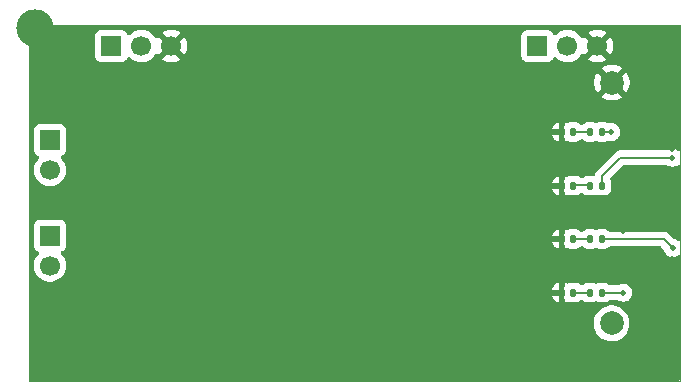
<source format=gbr>
%TF.GenerationSoftware,KiCad,Pcbnew,9.0.7*%
%TF.CreationDate,2026-02-18T13:17:12-07:00*%
%TF.ProjectId,AS_1471_Dash,41535f31-3437-4315-9f44-6173682e6b69,rev?*%
%TF.SameCoordinates,Original*%
%TF.FileFunction,Copper,L1,Top*%
%TF.FilePolarity,Positive*%
%FSLAX46Y46*%
G04 Gerber Fmt 4.6, Leading zero omitted, Abs format (unit mm)*
G04 Created by KiCad (PCBNEW 9.0.7) date 2026-02-18 13:17:12*
%MOMM*%
%LPD*%
G01*
G04 APERTURE LIST*
G04 Aperture macros list*
%AMRoundRect*
0 Rectangle with rounded corners*
0 $1 Rounding radius*
0 $2 $3 $4 $5 $6 $7 $8 $9 X,Y pos of 4 corners*
0 Add a 4 corners polygon primitive as box body*
4,1,4,$2,$3,$4,$5,$6,$7,$8,$9,$2,$3,0*
0 Add four circle primitives for the rounded corners*
1,1,$1+$1,$2,$3*
1,1,$1+$1,$4,$5*
1,1,$1+$1,$6,$7*
1,1,$1+$1,$8,$9*
0 Add four rect primitives between the rounded corners*
20,1,$1+$1,$2,$3,$4,$5,0*
20,1,$1+$1,$4,$5,$6,$7,0*
20,1,$1+$1,$6,$7,$8,$9,0*
20,1,$1+$1,$8,$9,$2,$3,0*%
G04 Aperture macros list end*
%TA.AperFunction,ComponentPad*%
%ADD10R,1.700000X1.700000*%
%TD*%
%TA.AperFunction,ComponentPad*%
%ADD11C,1.700000*%
%TD*%
%TA.AperFunction,ComponentPad*%
%ADD12C,2.000000*%
%TD*%
%TA.AperFunction,SMDPad,CuDef*%
%ADD13RoundRect,0.135000X0.135000X0.185000X-0.135000X0.185000X-0.135000X-0.185000X0.135000X-0.185000X0*%
%TD*%
%TA.AperFunction,SMDPad,CuDef*%
%ADD14RoundRect,0.147500X-0.147500X-0.172500X0.147500X-0.172500X0.147500X0.172500X-0.147500X0.172500X0*%
%TD*%
%TA.AperFunction,ComponentPad*%
%ADD15C,3.175000*%
%TD*%
%TA.AperFunction,ViaPad*%
%ADD16C,0.508000*%
%TD*%
%TA.AperFunction,Conductor*%
%ADD17C,0.200000*%
%TD*%
%TA.AperFunction,Profile*%
%ADD18C,0.050000*%
%TD*%
G04 APERTURE END LIST*
D10*
%TO.P,J6,1,Pin_1*%
%TO.N,/USB2_DP*%
X121800000Y-86010000D03*
D11*
%TO.P,J6,2,Pin_2*%
%TO.N,/USB2_DN*%
X121800000Y-88550000D03*
%TD*%
D12*
%TO.P,TP1,1,1*%
%TO.N,VBAT*%
X169357220Y-101526800D03*
%TD*%
D13*
%TO.P,R3,1*%
%TO.N,/USB1_VBUS*%
X168531000Y-94390733D03*
%TO.P,R3,2*%
%TO.N,Net-(D3-A)*%
X167511000Y-94390733D03*
%TD*%
D10*
%TO.P,J4,1,Pin_1*%
%TO.N,/UART1_TX*%
X163075000Y-78050000D03*
D11*
%TO.P,J4,2,Pin_2*%
%TO.N,/UART1_RX*%
X165615000Y-78050000D03*
%TO.P,J4,3,Pin_3*%
%TO.N,GND*%
X168155000Y-78050000D03*
%TD*%
D14*
%TO.P,D3,1,K*%
%TO.N,GND*%
X165123000Y-94390733D03*
%TO.P,D3,2,A*%
%TO.N,Net-(D3-A)*%
X166093000Y-94390733D03*
%TD*%
D13*
%TO.P,R4,1*%
%TO.N,VBAT*%
X168531000Y-98925000D03*
%TO.P,R4,2*%
%TO.N,Net-(D4-A)*%
X167511000Y-98925000D03*
%TD*%
%TO.P,R1,1*%
%TO.N,/MX95_VBAT*%
X168531000Y-85322200D03*
%TO.P,R1,2*%
%TO.N,Net-(D1-A)*%
X167511000Y-85322200D03*
%TD*%
D14*
%TO.P,D4,1,K*%
%TO.N,GND*%
X165123000Y-98925000D03*
%TO.P,D4,2,A*%
%TO.N,Net-(D4-A)*%
X166093000Y-98925000D03*
%TD*%
%TO.P,D2,1,K*%
%TO.N,GND*%
X165123000Y-89875000D03*
%TO.P,D2,2,A*%
%TO.N,Net-(D2-A)*%
X166093000Y-89875000D03*
%TD*%
D10*
%TO.P,J7,1,Pin_1*%
%TO.N,/USB1_DP*%
X121800000Y-94100000D03*
D11*
%TO.P,J7,2,Pin_2*%
%TO.N,/USB1_DN*%
X121800000Y-96640000D03*
%TD*%
D10*
%TO.P,J5,1,Pin_1*%
%TO.N,/I2C1_SDA*%
X127000000Y-78050000D03*
D11*
%TO.P,J5,2,Pin_2*%
%TO.N,/I2C1_SCL*%
X129540000Y-78050000D03*
%TO.P,J5,3,Pin_3*%
%TO.N,GND*%
X132080000Y-78050000D03*
%TD*%
D14*
%TO.P,D1,1,K*%
%TO.N,GND*%
X165123000Y-85322200D03*
%TO.P,D1,2,A*%
%TO.N,Net-(D1-A)*%
X166093000Y-85322200D03*
%TD*%
D13*
%TO.P,R2,1*%
%TO.N,/USB2_VBUS*%
X168531000Y-89875000D03*
%TO.P,R2,2*%
%TO.N,Net-(D2-A)*%
X167511000Y-89875000D03*
%TD*%
D12*
%TO.P,TP2,1,1*%
%TO.N,GND*%
X169375000Y-81152540D03*
%TD*%
D15*
%TO.P,J1,MH_GND,MH_GND*%
%TO.N,GND*%
X173042800Y-104301100D03*
X173042800Y-78355000D03*
X122207240Y-104301100D03*
X120563860Y-76551600D03*
%TD*%
D16*
%TO.N,/MX95_VBAT*%
X169300000Y-85322200D03*
%TO.N,GND*%
X144496400Y-81050000D03*
X170350000Y-84122200D03*
X156896400Y-105750000D03*
X174500000Y-96100000D03*
X174500000Y-84122200D03*
X143296400Y-78325000D03*
X170350000Y-92676200D03*
X154896400Y-81050000D03*
X174500000Y-86728600D03*
X150496400Y-81050000D03*
X149296400Y-81050000D03*
X174500000Y-96922200D03*
X170350000Y-91168200D03*
X143296400Y-101575000D03*
X146496400Y-105750000D03*
X170350000Y-88922200D03*
X149696400Y-105750000D03*
X154896400Y-101575000D03*
X144096400Y-105750000D03*
X170350000Y-90122200D03*
X142096400Y-78325000D03*
X170350000Y-93722200D03*
X145696400Y-101575000D03*
X156496400Y-76875000D03*
X170350000Y-86522200D03*
%TO.N,VBAT*%
X170350000Y-98922200D03*
%TO.N,/USB1_VBUS*%
X174525000Y-95150000D03*
%TO.N,/USB2_VBUS*%
X174500000Y-87500000D03*
%TD*%
D17*
%TO.N,/MX95_VBAT*%
X169300000Y-85322200D02*
X168506000Y-85322200D01*
%TO.N,VBAT*%
X168508800Y-98922200D02*
X168506000Y-98925000D01*
X170350000Y-98922200D02*
X168508800Y-98922200D01*
%TO.N,/USB1_VBUS*%
X174525000Y-95150000D02*
X173765733Y-94390733D01*
X173765733Y-94390733D02*
X168506000Y-94390733D01*
%TO.N,/USB2_VBUS*%
X170075000Y-87500000D02*
X168506000Y-89069000D01*
X174500000Y-87500000D02*
X170075000Y-87500000D01*
X174600000Y-87525000D02*
X174600000Y-87500000D01*
X168506000Y-89069000D02*
X168506000Y-89856467D01*
%TO.N,Net-(D1-A)*%
X167536000Y-85322200D02*
X166118000Y-85322200D01*
%TO.N,Net-(D2-A)*%
X167536000Y-89856467D02*
X166118000Y-89856467D01*
%TO.N,Net-(D3-A)*%
X167536000Y-94390733D02*
X166118000Y-94390733D01*
%TO.N,Net-(D4-A)*%
X167536000Y-98925000D02*
X166118000Y-98925000D01*
%TD*%
%TA.AperFunction,Conductor*%
%TO.N,GND*%
G36*
X175166800Y-102552054D02*
G01*
X175166800Y-106247800D01*
X175147115Y-106314839D01*
X175094311Y-106360594D01*
X175042800Y-106371800D01*
X171287723Y-106371800D01*
X170717193Y-103899505D01*
X172150000Y-101775000D01*
X175166800Y-102552054D01*
G37*
%TD.AperFunction*%
%TA.AperFunction,Conductor*%
G36*
X170717193Y-103899505D02*
G01*
X170700000Y-103925000D01*
X170700000Y-103825000D01*
X170717193Y-103899505D01*
G37*
%TD.AperFunction*%
%TD*%
%TA.AperFunction,Conductor*%
%TO.N,GND*%
G36*
X170475000Y-76300000D02*
G01*
X170700000Y-78950000D01*
X172075000Y-80950000D01*
X175166800Y-81064511D01*
X175166800Y-86796503D01*
X175147115Y-86863542D01*
X175094311Y-86909297D01*
X175025153Y-86919241D01*
X174973909Y-86899605D01*
X174861185Y-86824285D01*
X174861176Y-86824280D01*
X174722413Y-86766803D01*
X174722407Y-86766801D01*
X174575102Y-86737500D01*
X174575100Y-86737500D01*
X174424900Y-86737500D01*
X174424898Y-86737500D01*
X174277592Y-86766801D01*
X174277586Y-86766803D01*
X174138823Y-86824280D01*
X174138814Y-86824285D01*
X174069498Y-86870602D01*
X174002821Y-86891480D01*
X174000607Y-86891500D01*
X169994887Y-86891500D01*
X169949279Y-86903720D01*
X169949280Y-86903721D01*
X169840127Y-86932968D01*
X169840125Y-86932968D01*
X169840125Y-86932969D01*
X169701372Y-87013079D01*
X169701369Y-87013081D01*
X168019080Y-88695370D01*
X168019076Y-88695376D01*
X167938967Y-88834128D01*
X167938966Y-88834129D01*
X167929861Y-88868114D01*
X167929861Y-88868116D01*
X167904401Y-88963134D01*
X167868036Y-89022794D01*
X167805189Y-89053323D01*
X167753724Y-89050331D01*
X167753692Y-89050508D01*
X167752260Y-89050246D01*
X167750034Y-89050117D01*
X167747466Y-89049371D01*
X167747465Y-89049370D01*
X167747462Y-89049370D01*
X167714746Y-89046795D01*
X167710989Y-89046500D01*
X167710988Y-89046500D01*
X167311022Y-89046500D01*
X167311000Y-89046501D01*
X167274533Y-89049371D01*
X167274532Y-89049371D01*
X167118408Y-89094729D01*
X167118405Y-89094730D01*
X166978461Y-89177492D01*
X166978453Y-89177498D01*
X166944306Y-89211647D01*
X166917375Y-89226352D01*
X166891559Y-89242944D01*
X166885360Y-89243835D01*
X166882984Y-89245133D01*
X166856624Y-89247967D01*
X166765054Y-89247967D01*
X166698015Y-89228282D01*
X166677372Y-89211647D01*
X166645768Y-89180042D01*
X166645760Y-89180036D01*
X166503101Y-89095668D01*
X166503095Y-89095666D01*
X166343941Y-89049427D01*
X166343935Y-89049426D01*
X166309922Y-89046749D01*
X166306747Y-89046500D01*
X166306746Y-89046500D01*
X165879264Y-89046500D01*
X165879242Y-89046501D01*
X165842062Y-89049427D01*
X165842061Y-89049427D01*
X165682904Y-89095666D01*
X165682896Y-89095669D01*
X165662768Y-89107573D01*
X165595043Y-89124753D01*
X165536533Y-89107573D01*
X165529699Y-89103532D01*
X165529692Y-89103528D01*
X165373001Y-89058005D01*
X165373000Y-89058006D01*
X165373000Y-89347924D01*
X165355732Y-89411045D01*
X165338669Y-89439896D01*
X165338667Y-89439901D01*
X165292427Y-89599058D01*
X165292426Y-89599064D01*
X165289500Y-89636247D01*
X165289500Y-89636253D01*
X165289500Y-89808973D01*
X165289501Y-89875000D01*
X165289501Y-90113757D01*
X165292426Y-90150933D01*
X165292426Y-90150936D01*
X165292427Y-90150937D01*
X165338668Y-90310100D01*
X165355732Y-90338954D01*
X165373000Y-90402074D01*
X165373000Y-90691991D01*
X165529698Y-90646468D01*
X165536524Y-90642431D01*
X165604247Y-90625245D01*
X165662769Y-90642426D01*
X165682900Y-90654332D01*
X165682902Y-90654332D01*
X165682903Y-90654333D01*
X165842058Y-90700572D01*
X165842061Y-90700572D01*
X165842063Y-90700573D01*
X165879253Y-90703500D01*
X166306746Y-90703499D01*
X166343937Y-90700573D01*
X166503100Y-90654332D01*
X166645763Y-90569962D01*
X166714440Y-90501284D01*
X166741371Y-90486578D01*
X166767185Y-90469990D01*
X166773384Y-90469098D01*
X166775761Y-90467801D01*
X166802120Y-90464967D01*
X166819558Y-90464967D01*
X166886597Y-90484652D01*
X166907234Y-90501281D01*
X166978459Y-90572506D01*
X167118404Y-90655269D01*
X167170447Y-90670389D01*
X167274526Y-90700627D01*
X167274528Y-90700627D01*
X167274534Y-90700629D01*
X167311011Y-90703500D01*
X167710988Y-90703499D01*
X167747466Y-90700629D01*
X167903596Y-90655269D01*
X167957879Y-90623165D01*
X168025601Y-90605982D01*
X168084120Y-90623165D01*
X168138404Y-90655269D01*
X168190447Y-90670389D01*
X168294526Y-90700627D01*
X168294528Y-90700627D01*
X168294534Y-90700629D01*
X168331011Y-90703500D01*
X168730988Y-90703499D01*
X168767466Y-90700629D01*
X168923596Y-90655269D01*
X169063541Y-90572506D01*
X169178506Y-90457541D01*
X169261269Y-90317596D01*
X169261269Y-90317594D01*
X169261271Y-90317592D01*
X169261270Y-90317591D01*
X169263447Y-90310100D01*
X169306629Y-90161466D01*
X169309500Y-90124989D01*
X169309499Y-89625012D01*
X169306629Y-89588534D01*
X169261269Y-89432404D01*
X169248637Y-89411045D01*
X169214306Y-89352992D01*
X169197123Y-89285268D01*
X169219283Y-89219006D01*
X169233351Y-89202197D01*
X170290730Y-88144819D01*
X170352053Y-88111334D01*
X170378411Y-88108500D01*
X174000607Y-88108500D01*
X174067646Y-88128185D01*
X174069498Y-88129398D01*
X174138814Y-88175714D01*
X174138820Y-88175717D01*
X174138821Y-88175718D01*
X174277587Y-88233197D01*
X174277591Y-88233197D01*
X174277592Y-88233198D01*
X174424897Y-88262500D01*
X174424900Y-88262500D01*
X174575102Y-88262500D01*
X174674204Y-88242786D01*
X174722413Y-88233197D01*
X174861179Y-88175718D01*
X174973910Y-88100393D01*
X175040586Y-88079516D01*
X175107966Y-88098000D01*
X175154657Y-88149979D01*
X175166800Y-88203496D01*
X175166800Y-94429798D01*
X175147115Y-94496837D01*
X175094311Y-94542592D01*
X175025153Y-94552536D01*
X174973910Y-94532901D01*
X174886183Y-94474284D01*
X174886176Y-94474280D01*
X174747411Y-94416802D01*
X174747407Y-94416801D01*
X174665638Y-94400536D01*
X174603727Y-94368151D01*
X174602149Y-94366600D01*
X174139362Y-93903813D01*
X174139360Y-93903811D01*
X174000606Y-93823701D01*
X173923224Y-93802967D01*
X173923223Y-93802966D01*
X173866577Y-93787788D01*
X173845844Y-93782233D01*
X173845843Y-93782233D01*
X169203909Y-93782233D01*
X169136870Y-93762548D01*
X169116227Y-93745913D01*
X169063546Y-93693231D01*
X169063538Y-93693225D01*
X168974361Y-93640486D01*
X168923596Y-93610464D01*
X168923595Y-93610463D01*
X168923594Y-93610463D01*
X168923591Y-93610462D01*
X168767473Y-93565105D01*
X168767461Y-93565103D01*
X168735177Y-93562562D01*
X168730989Y-93562233D01*
X168730988Y-93562233D01*
X168331022Y-93562233D01*
X168331000Y-93562234D01*
X168294533Y-93565104D01*
X168138408Y-93610462D01*
X168138405Y-93610463D01*
X168084120Y-93642567D01*
X168016396Y-93659748D01*
X167957880Y-93642567D01*
X167903594Y-93610463D01*
X167903591Y-93610462D01*
X167747472Y-93565105D01*
X167747461Y-93565103D01*
X167715177Y-93562562D01*
X167710989Y-93562233D01*
X167710988Y-93562233D01*
X167311022Y-93562233D01*
X167311000Y-93562234D01*
X167274533Y-93565104D01*
X167274532Y-93565104D01*
X167118408Y-93610462D01*
X167118405Y-93610463D01*
X166978461Y-93693225D01*
X166978453Y-93693231D01*
X166925773Y-93745913D01*
X166898844Y-93760617D01*
X166873026Y-93777210D01*
X166866826Y-93778101D01*
X166864450Y-93779399D01*
X166838091Y-93782233D01*
X166783587Y-93782233D01*
X166716548Y-93762548D01*
X166695905Y-93745913D01*
X166645768Y-93695775D01*
X166645760Y-93695769D01*
X166503101Y-93611401D01*
X166503095Y-93611399D01*
X166343941Y-93565160D01*
X166343935Y-93565159D01*
X166309922Y-93562482D01*
X166306747Y-93562233D01*
X166306746Y-93562233D01*
X165879264Y-93562233D01*
X165879242Y-93562234D01*
X165842062Y-93565160D01*
X165842061Y-93565160D01*
X165682904Y-93611399D01*
X165682896Y-93611402D01*
X165662768Y-93623306D01*
X165595043Y-93640486D01*
X165536533Y-93623306D01*
X165529699Y-93619265D01*
X165529692Y-93619261D01*
X165373001Y-93573738D01*
X165373000Y-93573739D01*
X165373000Y-93863657D01*
X165355732Y-93926778D01*
X165338669Y-93955629D01*
X165338667Y-93955634D01*
X165292427Y-94114791D01*
X165292426Y-94114797D01*
X165289500Y-94151980D01*
X165289500Y-94151986D01*
X165289500Y-94368151D01*
X165289501Y-94390733D01*
X165289501Y-94629490D01*
X165292426Y-94666666D01*
X165292426Y-94666669D01*
X165292427Y-94666670D01*
X165338668Y-94825833D01*
X165355732Y-94854687D01*
X165373000Y-94917807D01*
X165373000Y-95207724D01*
X165529698Y-95162201D01*
X165536524Y-95158164D01*
X165604247Y-95140978D01*
X165662769Y-95158159D01*
X165682900Y-95170065D01*
X165682902Y-95170065D01*
X165682903Y-95170066D01*
X165842058Y-95216305D01*
X165842061Y-95216305D01*
X165842063Y-95216306D01*
X165879253Y-95219233D01*
X166306746Y-95219232D01*
X166343937Y-95216306D01*
X166503100Y-95170065D01*
X166645763Y-95085695D01*
X166695905Y-95035553D01*
X166722833Y-95020848D01*
X166748652Y-95004256D01*
X166754851Y-95003364D01*
X166757228Y-95002067D01*
X166783587Y-94999233D01*
X166838091Y-94999233D01*
X166905130Y-95018918D01*
X166925773Y-95035553D01*
X166978453Y-95088234D01*
X166978457Y-95088237D01*
X166978459Y-95088239D01*
X167118404Y-95171002D01*
X167170447Y-95186122D01*
X167274526Y-95216360D01*
X167274528Y-95216360D01*
X167274534Y-95216362D01*
X167311011Y-95219233D01*
X167710988Y-95219232D01*
X167747466Y-95216362D01*
X167903596Y-95171002D01*
X167957879Y-95138898D01*
X168025601Y-95121715D01*
X168084120Y-95138898D01*
X168138404Y-95171002D01*
X168190447Y-95186122D01*
X168294526Y-95216360D01*
X168294528Y-95216360D01*
X168294534Y-95216362D01*
X168331011Y-95219233D01*
X168730988Y-95219232D01*
X168767466Y-95216362D01*
X168923596Y-95171002D01*
X169063541Y-95088239D01*
X169116227Y-95035553D01*
X169177550Y-95002067D01*
X169203909Y-94999233D01*
X173462322Y-94999233D01*
X173529361Y-95018918D01*
X173550003Y-95035552D01*
X173741600Y-95227149D01*
X173775085Y-95288472D01*
X173775536Y-95290638D01*
X173791801Y-95372407D01*
X173791802Y-95372411D01*
X173849280Y-95511176D01*
X173849285Y-95511185D01*
X173932727Y-95636064D01*
X173932730Y-95636068D01*
X174038931Y-95742269D01*
X174038935Y-95742272D01*
X174163814Y-95825714D01*
X174163820Y-95825717D01*
X174163821Y-95825718D01*
X174302587Y-95883197D01*
X174302591Y-95883197D01*
X174302592Y-95883198D01*
X174449897Y-95912500D01*
X174449900Y-95912500D01*
X174600102Y-95912500D01*
X174699204Y-95892786D01*
X174747413Y-95883197D01*
X174886179Y-95825718D01*
X174973909Y-95767099D01*
X175040586Y-95746221D01*
X175107967Y-95764705D01*
X175154657Y-95816684D01*
X175166800Y-95870201D01*
X175166800Y-102552054D01*
X172150000Y-101775000D01*
X170717193Y-103899505D01*
X170700000Y-103825000D01*
X170700000Y-103925000D01*
X170717193Y-103899505D01*
X171287723Y-106371800D01*
X125228132Y-106371800D01*
X124725000Y-101775000D01*
X122287553Y-101408072D01*
X167848720Y-101408072D01*
X167848720Y-101645527D01*
X167885863Y-101880041D01*
X167959239Y-102105867D01*
X168032331Y-102249317D01*
X168067035Y-102317427D01*
X168206600Y-102509522D01*
X168374498Y-102677420D01*
X168566593Y-102816985D01*
X168666548Y-102867914D01*
X168778152Y-102924780D01*
X168778154Y-102924780D01*
X168778157Y-102924782D01*
X168899204Y-102964112D01*
X169003978Y-102998156D01*
X169238493Y-103035300D01*
X169238498Y-103035300D01*
X169475947Y-103035300D01*
X169710461Y-102998156D01*
X169936283Y-102924782D01*
X170147847Y-102816985D01*
X170339942Y-102677420D01*
X170507840Y-102509522D01*
X170647405Y-102317427D01*
X170755202Y-102105863D01*
X170828576Y-101880041D01*
X170865720Y-101645527D01*
X170865720Y-101408072D01*
X170828576Y-101173558D01*
X170755200Y-100947732D01*
X170647404Y-100736172D01*
X170507840Y-100544078D01*
X170339942Y-100376180D01*
X170147847Y-100236615D01*
X169936287Y-100128819D01*
X169710461Y-100055443D01*
X169475947Y-100018300D01*
X169475942Y-100018300D01*
X169238498Y-100018300D01*
X169238493Y-100018300D01*
X169003978Y-100055443D01*
X168778152Y-100128819D01*
X168566592Y-100236615D01*
X168374495Y-100376182D01*
X168206602Y-100544075D01*
X168067035Y-100736172D01*
X167959239Y-100947732D01*
X167885863Y-101173558D01*
X167848720Y-101408072D01*
X122287553Y-101408072D01*
X120121812Y-101082046D01*
X120150000Y-101075000D01*
X120075000Y-101075000D01*
X120121812Y-101082046D01*
X120013200Y-101109200D01*
X120013200Y-99175000D01*
X164328954Y-99175000D01*
X164330889Y-99199597D01*
X164376529Y-99356692D01*
X164376531Y-99356697D01*
X164459806Y-99497508D01*
X164459812Y-99497516D01*
X164575483Y-99613187D01*
X164575491Y-99613193D01*
X164716302Y-99696468D01*
X164873000Y-99741992D01*
X164873000Y-99175000D01*
X164328954Y-99175000D01*
X120013200Y-99175000D01*
X120013200Y-98686247D01*
X165289500Y-98686247D01*
X165289500Y-98686253D01*
X165289500Y-98847100D01*
X165289501Y-98925000D01*
X165289501Y-99163757D01*
X165292426Y-99200933D01*
X165292426Y-99200936D01*
X165292427Y-99200937D01*
X165338668Y-99360100D01*
X165355732Y-99388954D01*
X165373000Y-99452074D01*
X165373000Y-99741991D01*
X165529698Y-99696468D01*
X165536524Y-99692431D01*
X165604247Y-99675245D01*
X165662769Y-99692426D01*
X165682900Y-99704332D01*
X165682902Y-99704332D01*
X165682903Y-99704333D01*
X165842058Y-99750572D01*
X165842061Y-99750572D01*
X165842063Y-99750573D01*
X165879253Y-99753500D01*
X166306746Y-99753499D01*
X166343937Y-99750573D01*
X166503100Y-99704332D01*
X166645763Y-99619962D01*
X166695905Y-99569820D01*
X166722833Y-99555115D01*
X166748652Y-99538523D01*
X166754851Y-99537631D01*
X166757228Y-99536334D01*
X166783587Y-99533500D01*
X166838091Y-99533500D01*
X166905130Y-99553185D01*
X166925773Y-99569820D01*
X166978453Y-99622501D01*
X166978457Y-99622504D01*
X166978459Y-99622506D01*
X167118404Y-99705269D01*
X167170447Y-99720389D01*
X167274526Y-99750627D01*
X167274528Y-99750627D01*
X167274534Y-99750629D01*
X167311011Y-99753500D01*
X167710988Y-99753499D01*
X167747466Y-99750629D01*
X167903596Y-99705269D01*
X167957879Y-99673165D01*
X168025601Y-99655982D01*
X168084120Y-99673165D01*
X168138404Y-99705269D01*
X168190447Y-99720389D01*
X168294526Y-99750627D01*
X168294528Y-99750627D01*
X168294534Y-99750629D01*
X168331011Y-99753500D01*
X168730988Y-99753499D01*
X168767466Y-99750629D01*
X168923596Y-99705269D01*
X169063541Y-99622506D01*
X169119029Y-99567017D01*
X169180350Y-99533534D01*
X169206709Y-99530700D01*
X169850607Y-99530700D01*
X169917646Y-99550385D01*
X169919498Y-99551598D01*
X169988814Y-99597914D01*
X169988820Y-99597917D01*
X169988821Y-99597918D01*
X170127587Y-99655397D01*
X170127591Y-99655397D01*
X170127592Y-99655398D01*
X170274897Y-99684700D01*
X170274900Y-99684700D01*
X170425102Y-99684700D01*
X170524204Y-99664986D01*
X170572413Y-99655397D01*
X170711179Y-99597918D01*
X170836065Y-99514472D01*
X170942272Y-99408265D01*
X171025718Y-99283379D01*
X171083197Y-99144613D01*
X171112500Y-98997300D01*
X171112500Y-98847100D01*
X171112500Y-98847097D01*
X171083198Y-98699792D01*
X171083197Y-98699791D01*
X171083197Y-98699787D01*
X171025718Y-98561021D01*
X171025717Y-98561020D01*
X171025714Y-98561014D01*
X170942272Y-98436135D01*
X170942269Y-98436131D01*
X170836068Y-98329930D01*
X170836064Y-98329927D01*
X170711185Y-98246485D01*
X170711176Y-98246480D01*
X170572413Y-98189003D01*
X170572407Y-98189001D01*
X170425102Y-98159700D01*
X170425100Y-98159700D01*
X170274900Y-98159700D01*
X170274898Y-98159700D01*
X170127592Y-98189001D01*
X170127586Y-98189003D01*
X169988823Y-98246480D01*
X169988814Y-98246485D01*
X169919498Y-98292802D01*
X169852821Y-98313680D01*
X169850607Y-98313700D01*
X169201109Y-98313700D01*
X169134070Y-98294015D01*
X169113427Y-98277380D01*
X169063546Y-98227498D01*
X169063538Y-98227492D01*
X168948907Y-98159700D01*
X168923596Y-98144731D01*
X168923595Y-98144730D01*
X168923594Y-98144730D01*
X168923591Y-98144729D01*
X168767473Y-98099372D01*
X168767461Y-98099370D01*
X168735177Y-98096829D01*
X168730989Y-98096500D01*
X168730988Y-98096500D01*
X168331022Y-98096500D01*
X168331000Y-98096501D01*
X168294533Y-98099371D01*
X168138408Y-98144729D01*
X168138405Y-98144730D01*
X168084120Y-98176834D01*
X168016396Y-98194015D01*
X167957880Y-98176834D01*
X167903594Y-98144730D01*
X167903591Y-98144729D01*
X167747472Y-98099372D01*
X167747461Y-98099370D01*
X167715177Y-98096829D01*
X167710989Y-98096500D01*
X167710988Y-98096500D01*
X167311022Y-98096500D01*
X167311000Y-98096501D01*
X167274533Y-98099371D01*
X167274532Y-98099371D01*
X167118408Y-98144729D01*
X167118405Y-98144730D01*
X166978461Y-98227492D01*
X166978453Y-98227498D01*
X166925773Y-98280180D01*
X166898844Y-98294884D01*
X166873026Y-98311477D01*
X166866826Y-98312368D01*
X166864450Y-98313666D01*
X166838091Y-98316500D01*
X166783587Y-98316500D01*
X166716548Y-98296815D01*
X166695905Y-98280180D01*
X166645768Y-98230042D01*
X166645760Y-98230036D01*
X166503101Y-98145668D01*
X166503095Y-98145666D01*
X166343941Y-98099427D01*
X166343935Y-98099426D01*
X166309922Y-98096749D01*
X166306747Y-98096500D01*
X166306746Y-98096500D01*
X165879264Y-98096500D01*
X165879242Y-98096501D01*
X165842062Y-98099427D01*
X165842061Y-98099427D01*
X165682904Y-98145666D01*
X165682896Y-98145669D01*
X165662768Y-98157573D01*
X165595043Y-98174753D01*
X165536533Y-98157573D01*
X165529699Y-98153532D01*
X165529692Y-98153528D01*
X165373001Y-98108005D01*
X165373000Y-98108006D01*
X165373000Y-98397924D01*
X165355732Y-98461045D01*
X165338669Y-98489896D01*
X165338667Y-98489901D01*
X165292427Y-98649058D01*
X165292426Y-98649064D01*
X165289500Y-98686247D01*
X120013200Y-98686247D01*
X120013200Y-98675000D01*
X164328953Y-98675000D01*
X164873000Y-98675000D01*
X164873000Y-98108006D01*
X164872998Y-98108005D01*
X164716307Y-98153528D01*
X164716304Y-98153530D01*
X164575491Y-98236806D01*
X164575483Y-98236812D01*
X164459812Y-98352483D01*
X164459806Y-98352491D01*
X164376531Y-98493302D01*
X164376529Y-98493307D01*
X164330890Y-98650396D01*
X164330888Y-98650408D01*
X164328953Y-98675000D01*
X120013200Y-98675000D01*
X120013200Y-93201345D01*
X120441500Y-93201345D01*
X120441500Y-94998654D01*
X120448011Y-95059202D01*
X120448011Y-95059204D01*
X120489711Y-95171002D01*
X120499111Y-95196204D01*
X120586739Y-95313261D01*
X120703796Y-95400889D01*
X120824626Y-95445956D01*
X120880557Y-95487827D01*
X120904974Y-95553291D01*
X120890122Y-95621564D01*
X120868972Y-95649818D01*
X120763793Y-95754997D01*
X120638106Y-95927990D01*
X120541027Y-96118516D01*
X120541026Y-96118519D01*
X120474951Y-96321882D01*
X120441500Y-96533084D01*
X120441500Y-96746915D01*
X120474951Y-96958117D01*
X120541026Y-97161480D01*
X120541027Y-97161483D01*
X120638106Y-97352009D01*
X120763794Y-97525004D01*
X120914996Y-97676206D01*
X121087991Y-97801894D01*
X121181438Y-97849507D01*
X121278516Y-97898972D01*
X121278519Y-97898973D01*
X121380200Y-97932010D01*
X121481884Y-97965049D01*
X121693084Y-97998500D01*
X121693085Y-97998500D01*
X121906915Y-97998500D01*
X121906916Y-97998500D01*
X122118116Y-97965049D01*
X122321483Y-97898972D01*
X122512009Y-97801894D01*
X122685004Y-97676206D01*
X122836206Y-97525004D01*
X122961894Y-97352009D01*
X123058972Y-97161483D01*
X123125049Y-96958116D01*
X123158500Y-96746916D01*
X123158500Y-96533084D01*
X123125049Y-96321884D01*
X123058972Y-96118517D01*
X123058972Y-96118516D01*
X122961893Y-95927990D01*
X122929349Y-95883197D01*
X122836206Y-95754996D01*
X122731028Y-95649818D01*
X122697543Y-95588495D01*
X122702527Y-95518803D01*
X122744399Y-95462870D01*
X122775367Y-95445959D01*
X122896204Y-95400889D01*
X123013261Y-95313261D01*
X123100889Y-95196204D01*
X123151989Y-95059201D01*
X123156320Y-95018918D01*
X123158499Y-94998654D01*
X123158500Y-94998637D01*
X123158500Y-94640733D01*
X164328954Y-94640733D01*
X164330889Y-94665330D01*
X164376529Y-94822425D01*
X164376531Y-94822430D01*
X164459806Y-94963241D01*
X164459812Y-94963249D01*
X164575483Y-95078920D01*
X164575491Y-95078926D01*
X164716302Y-95162201D01*
X164873000Y-95207725D01*
X164873000Y-94640733D01*
X164328954Y-94640733D01*
X123158500Y-94640733D01*
X123158500Y-94140733D01*
X164328953Y-94140733D01*
X164873000Y-94140733D01*
X164873000Y-93573739D01*
X164872998Y-93573738D01*
X164716307Y-93619261D01*
X164716304Y-93619263D01*
X164575491Y-93702539D01*
X164575483Y-93702545D01*
X164459812Y-93818216D01*
X164459806Y-93818224D01*
X164376531Y-93959035D01*
X164376529Y-93959040D01*
X164330890Y-94116129D01*
X164330888Y-94116141D01*
X164328953Y-94140733D01*
X123158500Y-94140733D01*
X123158500Y-93201362D01*
X123158499Y-93201345D01*
X123155157Y-93170270D01*
X123151989Y-93140799D01*
X123100889Y-93003796D01*
X123013261Y-92886739D01*
X122896204Y-92799111D01*
X122759203Y-92748011D01*
X122698654Y-92741500D01*
X122698638Y-92741500D01*
X120901362Y-92741500D01*
X120901345Y-92741500D01*
X120840797Y-92748011D01*
X120840795Y-92748011D01*
X120703795Y-92799111D01*
X120586739Y-92886739D01*
X120499111Y-93003795D01*
X120448011Y-93140795D01*
X120448011Y-93140797D01*
X120441500Y-93201345D01*
X120013200Y-93201345D01*
X120013200Y-90125000D01*
X164328954Y-90125000D01*
X164330889Y-90149597D01*
X164376529Y-90306692D01*
X164376531Y-90306697D01*
X164459806Y-90447508D01*
X164459812Y-90447516D01*
X164575483Y-90563187D01*
X164575491Y-90563193D01*
X164716302Y-90646468D01*
X164873000Y-90691992D01*
X164873000Y-90125000D01*
X164328954Y-90125000D01*
X120013200Y-90125000D01*
X120013200Y-85111345D01*
X120441500Y-85111345D01*
X120441500Y-86908654D01*
X120448011Y-86969202D01*
X120448011Y-86969204D01*
X120499111Y-87106204D01*
X120586739Y-87223261D01*
X120703796Y-87310889D01*
X120824626Y-87355956D01*
X120880557Y-87397827D01*
X120904974Y-87463291D01*
X120890122Y-87531564D01*
X120868972Y-87559818D01*
X120763793Y-87664997D01*
X120638106Y-87837990D01*
X120541027Y-88028516D01*
X120541026Y-88028519D01*
X120474951Y-88231882D01*
X120441500Y-88443084D01*
X120441500Y-88656915D01*
X120474951Y-88868116D01*
X120541026Y-89071480D01*
X120541027Y-89071483D01*
X120599788Y-89186806D01*
X120638106Y-89262009D01*
X120763794Y-89435004D01*
X120914996Y-89586206D01*
X121087991Y-89711894D01*
X121181438Y-89759507D01*
X121278516Y-89808972D01*
X121278519Y-89808973D01*
X121380200Y-89842010D01*
X121481884Y-89875049D01*
X121693084Y-89908500D01*
X121693085Y-89908500D01*
X121906915Y-89908500D01*
X121906916Y-89908500D01*
X122118116Y-89875049D01*
X122321483Y-89808972D01*
X122512009Y-89711894D01*
X122631609Y-89625000D01*
X164328953Y-89625000D01*
X164873000Y-89625000D01*
X164873000Y-89058006D01*
X164872998Y-89058005D01*
X164716307Y-89103528D01*
X164716304Y-89103530D01*
X164575491Y-89186806D01*
X164575483Y-89186812D01*
X164459812Y-89302483D01*
X164459806Y-89302491D01*
X164376531Y-89443302D01*
X164376529Y-89443307D01*
X164330890Y-89600396D01*
X164330888Y-89600408D01*
X164328953Y-89625000D01*
X122631609Y-89625000D01*
X122685004Y-89586206D01*
X122836206Y-89435004D01*
X122961894Y-89262009D01*
X123058972Y-89071483D01*
X123125049Y-88868116D01*
X123158500Y-88656916D01*
X123158500Y-88443084D01*
X123125049Y-88231884D01*
X123091356Y-88128185D01*
X123058973Y-88028519D01*
X123058972Y-88028516D01*
X122961893Y-87837990D01*
X122836206Y-87664996D01*
X122731028Y-87559818D01*
X122697543Y-87498495D01*
X122702527Y-87428803D01*
X122744399Y-87372870D01*
X122775367Y-87355959D01*
X122896204Y-87310889D01*
X123013261Y-87223261D01*
X123100889Y-87106204D01*
X123151989Y-86969201D01*
X123155884Y-86932968D01*
X123158499Y-86908654D01*
X123158500Y-86908637D01*
X123158500Y-85572200D01*
X164328954Y-85572200D01*
X164330889Y-85596797D01*
X164376529Y-85753892D01*
X164376531Y-85753897D01*
X164459806Y-85894708D01*
X164459812Y-85894716D01*
X164575483Y-86010387D01*
X164575491Y-86010393D01*
X164716302Y-86093668D01*
X164873000Y-86139192D01*
X164873000Y-85572200D01*
X164328954Y-85572200D01*
X123158500Y-85572200D01*
X123158500Y-85111362D01*
X123158499Y-85111345D01*
X123155499Y-85083447D01*
X165289500Y-85083447D01*
X165289500Y-85083453D01*
X165289500Y-85247100D01*
X165289501Y-85322200D01*
X165289501Y-85560957D01*
X165292426Y-85598133D01*
X165292426Y-85598136D01*
X165292427Y-85598137D01*
X165338668Y-85757300D01*
X165355732Y-85786154D01*
X165373000Y-85849274D01*
X165373000Y-86139191D01*
X165529698Y-86093668D01*
X165536524Y-86089631D01*
X165604247Y-86072445D01*
X165662769Y-86089626D01*
X165682900Y-86101532D01*
X165682902Y-86101532D01*
X165682903Y-86101533D01*
X165842058Y-86147772D01*
X165842061Y-86147772D01*
X165842063Y-86147773D01*
X165879253Y-86150700D01*
X166306746Y-86150699D01*
X166343937Y-86147773D01*
X166503100Y-86101532D01*
X166645763Y-86017162D01*
X166695905Y-85967020D01*
X166722833Y-85952315D01*
X166748652Y-85935723D01*
X166754851Y-85934831D01*
X166757228Y-85933534D01*
X166783587Y-85930700D01*
X166838091Y-85930700D01*
X166905130Y-85950385D01*
X166925773Y-85967020D01*
X166978453Y-86019701D01*
X166978457Y-86019704D01*
X166978459Y-86019706D01*
X167118404Y-86102469D01*
X167170447Y-86117589D01*
X167274526Y-86147827D01*
X167274528Y-86147827D01*
X167274534Y-86147829D01*
X167311011Y-86150700D01*
X167710988Y-86150699D01*
X167747466Y-86147829D01*
X167903596Y-86102469D01*
X167957879Y-86070365D01*
X168025601Y-86053182D01*
X168084120Y-86070365D01*
X168138404Y-86102469D01*
X168190447Y-86117589D01*
X168294526Y-86147827D01*
X168294528Y-86147827D01*
X168294534Y-86147829D01*
X168331011Y-86150700D01*
X168730988Y-86150699D01*
X168767466Y-86147829D01*
X168923596Y-86102469D01*
X168981477Y-86068237D01*
X169049199Y-86051054D01*
X169071497Y-86054788D01*
X169071613Y-86054209D01*
X169224897Y-86084700D01*
X169224900Y-86084700D01*
X169375102Y-86084700D01*
X169474204Y-86064986D01*
X169522413Y-86055397D01*
X169661179Y-85997918D01*
X169786065Y-85914472D01*
X169892272Y-85808265D01*
X169975718Y-85683379D01*
X170033197Y-85544613D01*
X170062500Y-85397300D01*
X170062500Y-85247100D01*
X170062500Y-85247097D01*
X170033198Y-85099792D01*
X170033197Y-85099791D01*
X170033197Y-85099787D01*
X169975718Y-84961021D01*
X169975717Y-84961020D01*
X169975714Y-84961014D01*
X169892272Y-84836135D01*
X169892269Y-84836131D01*
X169786068Y-84729930D01*
X169786064Y-84729927D01*
X169661185Y-84646485D01*
X169661176Y-84646480D01*
X169522413Y-84589003D01*
X169522407Y-84589001D01*
X169375102Y-84559700D01*
X169375100Y-84559700D01*
X169224900Y-84559700D01*
X169224898Y-84559700D01*
X169071613Y-84590191D01*
X169071212Y-84588177D01*
X169010713Y-84588710D01*
X168981480Y-84576163D01*
X168923596Y-84541931D01*
X168923591Y-84541929D01*
X168767472Y-84496572D01*
X168767461Y-84496570D01*
X168735177Y-84494029D01*
X168730989Y-84493700D01*
X168730988Y-84493700D01*
X168331022Y-84493700D01*
X168331000Y-84493701D01*
X168294533Y-84496571D01*
X168138408Y-84541929D01*
X168138405Y-84541930D01*
X168084120Y-84574034D01*
X168016396Y-84591215D01*
X167957880Y-84574034D01*
X167903594Y-84541930D01*
X167903591Y-84541929D01*
X167747472Y-84496572D01*
X167747461Y-84496570D01*
X167715177Y-84494029D01*
X167710989Y-84493700D01*
X167710988Y-84493700D01*
X167311022Y-84493700D01*
X167311000Y-84493701D01*
X167274533Y-84496571D01*
X167274532Y-84496571D01*
X167118408Y-84541929D01*
X167118405Y-84541930D01*
X166978461Y-84624692D01*
X166978453Y-84624698D01*
X166925773Y-84677380D01*
X166898844Y-84692084D01*
X166873026Y-84708677D01*
X166866826Y-84709568D01*
X166864450Y-84710866D01*
X166838091Y-84713700D01*
X166783587Y-84713700D01*
X166716548Y-84694015D01*
X166695905Y-84677380D01*
X166645768Y-84627242D01*
X166645760Y-84627236D01*
X166503101Y-84542868D01*
X166503095Y-84542866D01*
X166343941Y-84496627D01*
X166343935Y-84496626D01*
X166309922Y-84493949D01*
X166306747Y-84493700D01*
X166306746Y-84493700D01*
X165879264Y-84493700D01*
X165879242Y-84493701D01*
X165842062Y-84496627D01*
X165842061Y-84496627D01*
X165682904Y-84542866D01*
X165682896Y-84542869D01*
X165662768Y-84554773D01*
X165595043Y-84571953D01*
X165536533Y-84554773D01*
X165529699Y-84550732D01*
X165529692Y-84550728D01*
X165373001Y-84505205D01*
X165373000Y-84505206D01*
X165373000Y-84795124D01*
X165355732Y-84858245D01*
X165338669Y-84887096D01*
X165338667Y-84887101D01*
X165292427Y-85046258D01*
X165292426Y-85046264D01*
X165289500Y-85083447D01*
X123155499Y-85083447D01*
X123154290Y-85072200D01*
X164328953Y-85072200D01*
X164873000Y-85072200D01*
X164873000Y-84505206D01*
X164872998Y-84505205D01*
X164716307Y-84550728D01*
X164716304Y-84550730D01*
X164575491Y-84634006D01*
X164575483Y-84634012D01*
X164459812Y-84749683D01*
X164459806Y-84749691D01*
X164376531Y-84890502D01*
X164376529Y-84890507D01*
X164330890Y-85047596D01*
X164330888Y-85047608D01*
X164328953Y-85072200D01*
X123154290Y-85072200D01*
X123151989Y-85050799D01*
X123150794Y-85047596D01*
X123118503Y-84961021D01*
X123100889Y-84913796D01*
X123013261Y-84796739D01*
X122896204Y-84709111D01*
X122895040Y-84708677D01*
X122759203Y-84658011D01*
X122698654Y-84651500D01*
X122698638Y-84651500D01*
X120901362Y-84651500D01*
X120901345Y-84651500D01*
X120840797Y-84658011D01*
X120840795Y-84658011D01*
X120703795Y-84709111D01*
X120586739Y-84796739D01*
X120499111Y-84913795D01*
X120448011Y-85050795D01*
X120448011Y-85050797D01*
X120441500Y-85111345D01*
X120013200Y-85111345D01*
X120013200Y-81034487D01*
X167875000Y-81034487D01*
X167875000Y-81270592D01*
X167911934Y-81503787D01*
X167984897Y-81728342D01*
X168092087Y-81938714D01*
X168152338Y-82021644D01*
X168152340Y-82021645D01*
X168892037Y-81281948D01*
X168909075Y-81345533D01*
X168974901Y-81459547D01*
X169067993Y-81552639D01*
X169182007Y-81618465D01*
X169245590Y-81635502D01*
X168505893Y-82375198D01*
X168588828Y-82435454D01*
X168799197Y-82542642D01*
X169023752Y-82615605D01*
X169023751Y-82615605D01*
X169256948Y-82652540D01*
X169493052Y-82652540D01*
X169726247Y-82615605D01*
X169950802Y-82542642D01*
X170161163Y-82435458D01*
X170161169Y-82435454D01*
X170244104Y-82375198D01*
X170244105Y-82375198D01*
X169504408Y-81635502D01*
X169567993Y-81618465D01*
X169682007Y-81552639D01*
X169775099Y-81459547D01*
X169840925Y-81345533D01*
X169857962Y-81281948D01*
X170597658Y-82021645D01*
X170597658Y-82021644D01*
X170657914Y-81938709D01*
X170657918Y-81938703D01*
X170765102Y-81728342D01*
X170838065Y-81503787D01*
X170875000Y-81270592D01*
X170875000Y-81034487D01*
X170838065Y-80801292D01*
X170765102Y-80576737D01*
X170657914Y-80366368D01*
X170597658Y-80283434D01*
X170597658Y-80283433D01*
X169857962Y-81023130D01*
X169840925Y-80959547D01*
X169775099Y-80845533D01*
X169682007Y-80752441D01*
X169567993Y-80686615D01*
X169504409Y-80669577D01*
X170244105Y-79929880D01*
X170244105Y-79929879D01*
X170161174Y-79869627D01*
X169950802Y-79762437D01*
X169726247Y-79689474D01*
X169726248Y-79689474D01*
X169493052Y-79652540D01*
X169256948Y-79652540D01*
X169023752Y-79689474D01*
X168799197Y-79762437D01*
X168588830Y-79869624D01*
X168505894Y-79929880D01*
X169245591Y-80669577D01*
X169182007Y-80686615D01*
X169067993Y-80752441D01*
X168974901Y-80845533D01*
X168909075Y-80959547D01*
X168892037Y-81023131D01*
X168152340Y-80283434D01*
X168092084Y-80366370D01*
X167984897Y-80576737D01*
X167911934Y-80801292D01*
X167875000Y-81034487D01*
X120013200Y-81034487D01*
X120013200Y-79958442D01*
X123575000Y-77900000D01*
X123595990Y-77151345D01*
X125641500Y-77151345D01*
X125641500Y-78948654D01*
X125648011Y-79009202D01*
X125648011Y-79009204D01*
X125699111Y-79146204D01*
X125786739Y-79263261D01*
X125903796Y-79350889D01*
X126040799Y-79401989D01*
X126068050Y-79404918D01*
X126101345Y-79408499D01*
X126101362Y-79408500D01*
X127898638Y-79408500D01*
X127898654Y-79408499D01*
X127925692Y-79405591D01*
X127959201Y-79401989D01*
X128096204Y-79350889D01*
X128213261Y-79263261D01*
X128300889Y-79146204D01*
X128345957Y-79025371D01*
X128387827Y-78969442D01*
X128453291Y-78945025D01*
X128521564Y-78959877D01*
X128549818Y-78981028D01*
X128654996Y-79086206D01*
X128827991Y-79211894D01*
X128902768Y-79249995D01*
X129018516Y-79308972D01*
X129018519Y-79308973D01*
X129120200Y-79342010D01*
X129221884Y-79375049D01*
X129433084Y-79408500D01*
X129433085Y-79408500D01*
X129646915Y-79408500D01*
X129646916Y-79408500D01*
X129858116Y-79375049D01*
X130061483Y-79308972D01*
X130252009Y-79211894D01*
X130425004Y-79086206D01*
X130576206Y-78935004D01*
X130701894Y-78762009D01*
X130704283Y-78757319D01*
X130752254Y-78706522D01*
X130820074Y-78689724D01*
X130886210Y-78712258D01*
X130922196Y-78753783D01*
X130922829Y-78753396D01*
X130925167Y-78757211D01*
X130925251Y-78757308D01*
X130925371Y-78757545D01*
X130925373Y-78757547D01*
X130964728Y-78811716D01*
X131597037Y-78179408D01*
X131614075Y-78242993D01*
X131679901Y-78357007D01*
X131772993Y-78450099D01*
X131887007Y-78515925D01*
X131950590Y-78532962D01*
X131318282Y-79165269D01*
X131318282Y-79165270D01*
X131372449Y-79204624D01*
X131561782Y-79301095D01*
X131763870Y-79366757D01*
X131973754Y-79400000D01*
X132186246Y-79400000D01*
X132396127Y-79366757D01*
X132396130Y-79366757D01*
X132598217Y-79301095D01*
X132787554Y-79204622D01*
X132841716Y-79165270D01*
X132841717Y-79165270D01*
X132209408Y-78532962D01*
X132272993Y-78515925D01*
X132387007Y-78450099D01*
X132480099Y-78357007D01*
X132545925Y-78242993D01*
X132562962Y-78179409D01*
X133195270Y-78811717D01*
X133195270Y-78811716D01*
X133234622Y-78757554D01*
X133331095Y-78568217D01*
X133396757Y-78366130D01*
X133396757Y-78366127D01*
X133430000Y-78156246D01*
X133430000Y-77943753D01*
X133396757Y-77733872D01*
X133396757Y-77733869D01*
X133331095Y-77531782D01*
X133234624Y-77342449D01*
X133195270Y-77288282D01*
X133195269Y-77288282D01*
X132562962Y-77920590D01*
X132545925Y-77857007D01*
X132480099Y-77742993D01*
X132387007Y-77649901D01*
X132272993Y-77584075D01*
X132209409Y-77567037D01*
X132625100Y-77151345D01*
X161716500Y-77151345D01*
X161716500Y-78948654D01*
X161723011Y-79009202D01*
X161723011Y-79009204D01*
X161774111Y-79146204D01*
X161861739Y-79263261D01*
X161978796Y-79350889D01*
X162115799Y-79401989D01*
X162143050Y-79404918D01*
X162176345Y-79408499D01*
X162176362Y-79408500D01*
X163973638Y-79408500D01*
X163973654Y-79408499D01*
X164000692Y-79405591D01*
X164034201Y-79401989D01*
X164171204Y-79350889D01*
X164288261Y-79263261D01*
X164375889Y-79146204D01*
X164420957Y-79025371D01*
X164462827Y-78969442D01*
X164528291Y-78945025D01*
X164596564Y-78959877D01*
X164624818Y-78981028D01*
X164729996Y-79086206D01*
X164902991Y-79211894D01*
X164977768Y-79249995D01*
X165093516Y-79308972D01*
X165093519Y-79308973D01*
X165195200Y-79342010D01*
X165296884Y-79375049D01*
X165508084Y-79408500D01*
X165508085Y-79408500D01*
X165721915Y-79408500D01*
X165721916Y-79408500D01*
X165933116Y-79375049D01*
X166136483Y-79308972D01*
X166327009Y-79211894D01*
X166500004Y-79086206D01*
X166651206Y-78935004D01*
X166776894Y-78762009D01*
X166779283Y-78757319D01*
X166827254Y-78706522D01*
X166895074Y-78689724D01*
X166961210Y-78712258D01*
X166997196Y-78753783D01*
X166997829Y-78753396D01*
X167000167Y-78757211D01*
X167000251Y-78757308D01*
X167000371Y-78757545D01*
X167000373Y-78757547D01*
X167039728Y-78811716D01*
X167672037Y-78179408D01*
X167689075Y-78242993D01*
X167754901Y-78357007D01*
X167847993Y-78450099D01*
X167962007Y-78515925D01*
X168025590Y-78532962D01*
X167393282Y-79165269D01*
X167393282Y-79165270D01*
X167447449Y-79204624D01*
X167636782Y-79301095D01*
X167838870Y-79366757D01*
X168048754Y-79400000D01*
X168261246Y-79400000D01*
X168471127Y-79366757D01*
X168471130Y-79366757D01*
X168673217Y-79301095D01*
X168862554Y-79204622D01*
X168916716Y-79165270D01*
X168916717Y-79165270D01*
X168284408Y-78532962D01*
X168347993Y-78515925D01*
X168462007Y-78450099D01*
X168555099Y-78357007D01*
X168620925Y-78242993D01*
X168637962Y-78179408D01*
X169270270Y-78811717D01*
X169270270Y-78811716D01*
X169309622Y-78757554D01*
X169406095Y-78568217D01*
X169471757Y-78366130D01*
X169471757Y-78366127D01*
X169498906Y-78194721D01*
X169505000Y-78156245D01*
X169505000Y-77943753D01*
X169471757Y-77733872D01*
X169471757Y-77733869D01*
X169406095Y-77531782D01*
X169309624Y-77342449D01*
X169270270Y-77288282D01*
X169270269Y-77288282D01*
X168637962Y-77920590D01*
X168620925Y-77857007D01*
X168555099Y-77742993D01*
X168462007Y-77649901D01*
X168347993Y-77584075D01*
X168284409Y-77567037D01*
X168916716Y-76934728D01*
X168862550Y-76895375D01*
X168673217Y-76798904D01*
X168471129Y-76733242D01*
X168261246Y-76700000D01*
X168048754Y-76700000D01*
X167838872Y-76733242D01*
X167838869Y-76733242D01*
X167636782Y-76798904D01*
X167447439Y-76895380D01*
X167393282Y-76934727D01*
X167393282Y-76934728D01*
X168025591Y-77567037D01*
X167962007Y-77584075D01*
X167847993Y-77649901D01*
X167754901Y-77742993D01*
X167689075Y-77857007D01*
X167672037Y-77920591D01*
X167039728Y-77288282D01*
X167039727Y-77288282D01*
X167000380Y-77342440D01*
X167000374Y-77342449D01*
X167000246Y-77342702D01*
X167000172Y-77342780D01*
X166997838Y-77346590D01*
X166997036Y-77346099D01*
X166952264Y-77393490D01*
X166884441Y-77410275D01*
X166818309Y-77387728D01*
X166779283Y-77342680D01*
X166776894Y-77337991D01*
X166651206Y-77164996D01*
X166500004Y-77013794D01*
X166327009Y-76888106D01*
X166136483Y-76791027D01*
X166136480Y-76791026D01*
X165933117Y-76724951D01*
X165827516Y-76708225D01*
X165721916Y-76691500D01*
X165508084Y-76691500D01*
X165437684Y-76702650D01*
X165296882Y-76724951D01*
X165093519Y-76791026D01*
X165093516Y-76791027D01*
X164902990Y-76888106D01*
X164729997Y-77013793D01*
X164624818Y-77118972D01*
X164563495Y-77152456D01*
X164493803Y-77147472D01*
X164437870Y-77105600D01*
X164420958Y-77074629D01*
X164375889Y-76953796D01*
X164288261Y-76836739D01*
X164171204Y-76749111D01*
X164034203Y-76698011D01*
X163973654Y-76691500D01*
X163973638Y-76691500D01*
X162176362Y-76691500D01*
X162176345Y-76691500D01*
X162115797Y-76698011D01*
X162115795Y-76698011D01*
X161978795Y-76749111D01*
X161861739Y-76836739D01*
X161774111Y-76953795D01*
X161723011Y-77090795D01*
X161723011Y-77090797D01*
X161716500Y-77151345D01*
X132625100Y-77151345D01*
X132716085Y-77060360D01*
X132841716Y-76934728D01*
X132787550Y-76895375D01*
X132598217Y-76798904D01*
X132396129Y-76733242D01*
X132186246Y-76700000D01*
X131973754Y-76700000D01*
X131763872Y-76733242D01*
X131763869Y-76733242D01*
X131561782Y-76798904D01*
X131372439Y-76895380D01*
X131318282Y-76934727D01*
X131318282Y-76934728D01*
X131950591Y-77567037D01*
X131887007Y-77584075D01*
X131772993Y-77649901D01*
X131679901Y-77742993D01*
X131614075Y-77857007D01*
X131597037Y-77920591D01*
X130964728Y-77288282D01*
X130964727Y-77288282D01*
X130925380Y-77342440D01*
X130925374Y-77342449D01*
X130925246Y-77342702D01*
X130925172Y-77342780D01*
X130922838Y-77346590D01*
X130922036Y-77346099D01*
X130877264Y-77393490D01*
X130809441Y-77410275D01*
X130743309Y-77387728D01*
X130704283Y-77342680D01*
X130701894Y-77337991D01*
X130576206Y-77164996D01*
X130425004Y-77013794D01*
X130252009Y-76888106D01*
X130061483Y-76791027D01*
X130061480Y-76791026D01*
X129858117Y-76724951D01*
X129752516Y-76708225D01*
X129646916Y-76691500D01*
X129433084Y-76691500D01*
X129362684Y-76702650D01*
X129221882Y-76724951D01*
X129018519Y-76791026D01*
X129018516Y-76791027D01*
X128827990Y-76888106D01*
X128654997Y-77013793D01*
X128549818Y-77118972D01*
X128488495Y-77152456D01*
X128418803Y-77147472D01*
X128362870Y-77105600D01*
X128345958Y-77074629D01*
X128300889Y-76953796D01*
X128213261Y-76836739D01*
X128096204Y-76749111D01*
X127959203Y-76698011D01*
X127898654Y-76691500D01*
X127898638Y-76691500D01*
X126101362Y-76691500D01*
X126101345Y-76691500D01*
X126040797Y-76698011D01*
X126040795Y-76698011D01*
X125903795Y-76749111D01*
X125786739Y-76836739D01*
X125699111Y-76953795D01*
X125648011Y-77090795D01*
X125648011Y-77090797D01*
X125641500Y-77151345D01*
X123595990Y-77151345D01*
X123620191Y-76288200D01*
X170738533Y-76288200D01*
X170475000Y-76300000D01*
G37*
%TD.AperFunction*%
%TD*%
%TA.AperFunction,Conductor*%
%TO.N,GND*%
G36*
X124725000Y-101775000D02*
G01*
X125228132Y-106371800D01*
X120137200Y-106371800D01*
X120070161Y-106352115D01*
X120024406Y-106299311D01*
X120013200Y-106247800D01*
X120013200Y-101109199D01*
X120121812Y-101082046D01*
X124725000Y-101775000D01*
G37*
%TD.AperFunction*%
%TA.AperFunction,Conductor*%
G36*
X120121812Y-101082046D02*
G01*
X120075000Y-101075000D01*
X120150000Y-101075000D01*
X120121812Y-101082046D01*
G37*
%TD.AperFunction*%
%TD*%
%TA.AperFunction,Conductor*%
%TO.N,GND*%
G36*
X175109839Y-76307885D02*
G01*
X175155594Y-76360689D01*
X175166800Y-76412200D01*
X175166800Y-81064511D01*
X172075000Y-80950000D01*
X170700000Y-78950000D01*
X170475000Y-76300000D01*
X170738533Y-76288200D01*
X175042800Y-76288200D01*
X175109839Y-76307885D01*
G37*
%TD.AperFunction*%
%TD*%
%TA.AperFunction,Conductor*%
%TO.N,GND*%
G36*
X123575000Y-77900000D02*
G01*
X120013200Y-79958442D01*
X120013200Y-76412200D01*
X120032885Y-76345161D01*
X120085689Y-76299406D01*
X120137200Y-76288200D01*
X123620191Y-76288200D01*
X123575000Y-77900000D01*
G37*
%TD.AperFunction*%
%TD*%
D18*
X175180000Y-76275000D02*
X175180000Y-106385000D01*
X120000000Y-76275000D02*
X175180000Y-76275000D01*
X120000000Y-76275000D02*
X120000000Y-106385000D01*
X120000000Y-106385000D02*
X175180000Y-106385000D01*
M02*

</source>
